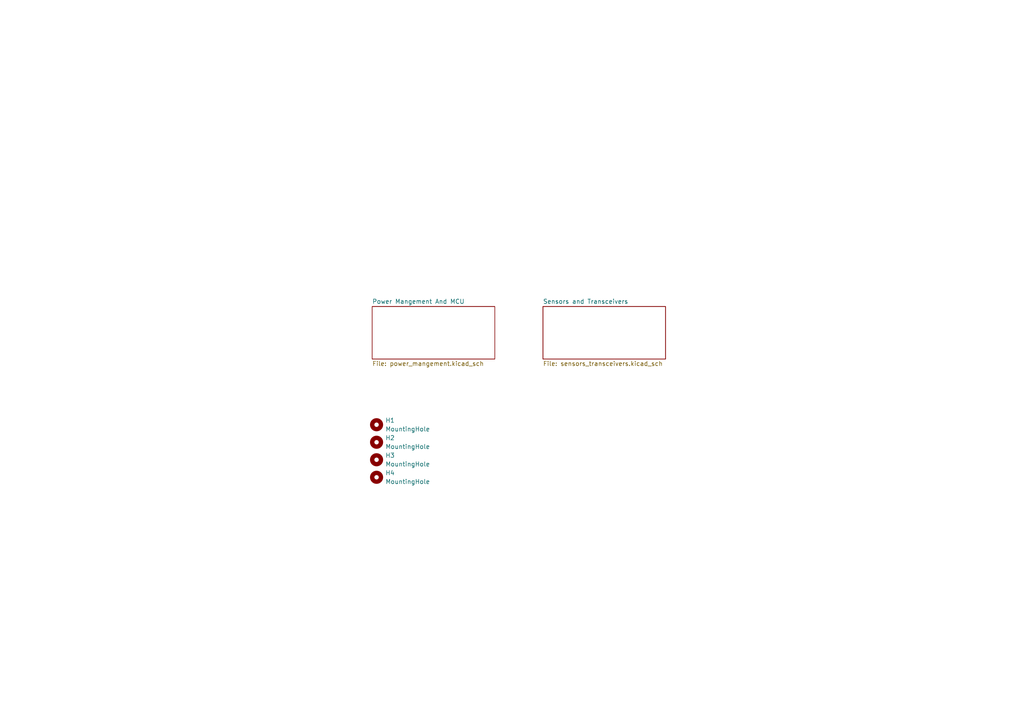
<source format=kicad_sch>
(kicad_sch (version 20231120) (generator "eeschema") (generator_version "8.0")
  (paper "A4")
  (title_block (title "Stargazer") (date "2024-04-02") (rev "1") (company "Designed for UWinSat capstone") (comment 1 "UWindsor Rocketry Club") (comment 4 "Designer: Nick Coombe"))
  (lib_symbols
    (symbol "Mechanical:MountingHole" (pin_names (offset 1.016)) (exclude_from_sim yes) (in_bom no)
      (property "Reference" "H" (at 0 5.08 0))
      (property "Value" "MountingHole" (at 0 3.175 0))
      (symbol "MountingHole_0_1"
        (circle (center 0 0) (radius 1.27) (stroke (width 1.27)))
      )
    )
  )
  (symbol (lib_id "Mechanical:MountingHole") (at 109.22 128.27 0) (unit 1) (exclude_from_sim yes) (in_bom no)
    (property "Reference" "H2" (at 111.76 126.9999 0) (effects (justify left)))
    (property "Value" "MountingHole" (at 111.76 129.5399 0) (effects (justify left)))
    (property "Footprint" "MountingHole:MountingHole_3.2mm_M3_DIN965_Pad" (effects (hide yes)))
    (property "Description" "Mounting Hole without connection" (effects (hide yes)))
  )
  (symbol (lib_id "Mechanical:MountingHole") (at 109.22 138.43 0) (unit 1) (exclude_from_sim yes) (in_bom no)
    (property "Reference" "H4" (at 111.76 137.1599 0) (effects (justify left)))
    (property "Value" "MountingHole" (at 111.76 139.6999 0) (effects (justify left)))
    (property "Footprint" "MountingHole:MountingHole_3.2mm_M3_DIN965_Pad" (effects (hide yes)))
    (property "Description" "Mounting Hole without connection" (effects (hide yes)))
  )
  (symbol (lib_id "Mechanical:MountingHole") (at 109.22 123.19 0) (unit 1) (exclude_from_sim yes) (in_bom no)
    (property "Reference" "H1" (at 111.76 121.9199 0) (effects (justify left)))
    (property "Value" "MountingHole" (at 111.76 124.4599 0) (effects (justify left)))
    (property "Footprint" "MountingHole:MountingHole_3.2mm_M3_DIN965_Pad" (effects (hide yes)))
    (property "Description" "Mounting Hole without connection" (effects (hide yes)))
  )
  (symbol (lib_id "Mechanical:MountingHole") (at 109.22 133.35 0) (unit 1) (exclude_from_sim yes) (in_bom no)
    (property "Reference" "H3" (at 111.76 132.0799 0) (effects (justify left)))
    (property "Value" "MountingHole" (at 111.76 134.6199 0) (effects (justify left)))
    (property "Footprint" "MountingHole:MountingHole_3.2mm_M3_DIN965_Pad" (effects (hide yes)))
    (property "Description" "Mounting Hole without connection" (effects (hide yes)))
  )
  (sheet (at 157.48 88.9) (size 35.56 15.24) (stroke (width 0.1524))
    (property "Sheetname" "Sensors and Transceivers" (at 157.48 88.1884 0) (effects (justify left bottom)))
    (property "Sheetfile" "sensors_transceivers.kicad_sch" (at 157.48 104.7246 0) (effects (justify left top)))
  )
  (sheet (at 107.95 88.9) (size 35.56 15.24) (stroke (width 0.1524))
    (property "Sheetname" "Power Mangement And MCU" (at 107.95 88.1884 0) (effects (justify left bottom)))
    (property "Sheetfile" "power_mangement.kicad_sch" (at 107.95 104.7246 0) (effects (justify left top)))
  )
)
</source>
